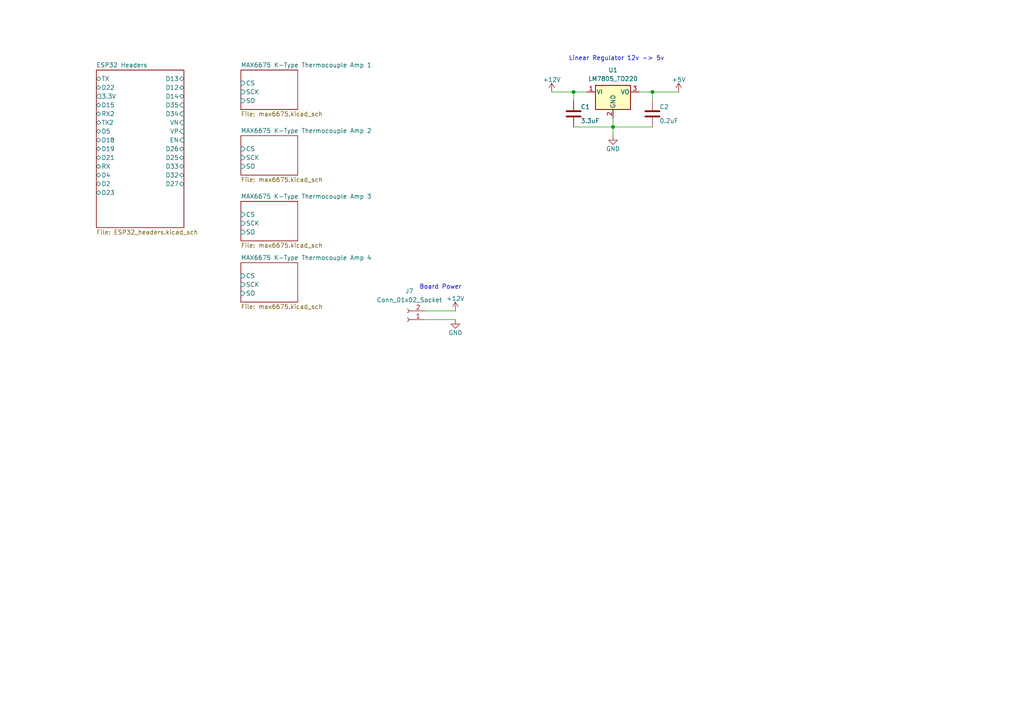
<source format=kicad_sch>
(kicad_sch (version 20231120) (generator "eeschema") (generator_version "8.0")
  (paper "A4")
  (lib_symbols
    (symbol "Connector:Conn_01x02_Socket" (pin_names (offset 1.016) hide)
      (property "Reference" "J" (at 0 2.54 0))
      (property "Value" "Conn_01x02_Socket" (at 0 -5.08 0))
      (symbol "Conn_01x02_Socket_1_1"
        (arc (start 0 -2.032) (mid -0.5058 -2.54) (end 0 -3.048) (stroke (width 0.1524)))
        (polyline (pts (xy -1.27 -2.54) (xy -0.508 -2.54)) (stroke (width 0.1524)))
        (polyline (pts (xy -1.27 0) (xy -0.508 0)) (stroke (width 0.1524)))
        (arc (start 0 0.508) (mid -0.5058 0) (end 0 -0.508) (stroke (width 0.1524)))
        (pin passive line (at -5.08 0 0) (length 3.81) (name "Pin_1") (number "1"))
        (pin passive line (at -5.08 -2.54 0) (length 3.81) (name "Pin_2") (number "2"))
      )
    )
    (symbol "Device:C" (pin_numbers hide) (pin_names (offset 0.254))
      (property "Reference" "C" (at 0.635 2.54 0))
      (property "Value" "C" (at 0.635 -2.54 0))
      (symbol "C_0_1"
        (polyline (pts (xy -2.032 -0.762) (xy 2.032 -0.762)) (stroke (width 0.508)))
        (polyline (pts (xy -2.032 0.762) (xy 2.032 0.762)) (stroke (width 0.508)))
      )
      (symbol "C_1_1"
        (pin passive line (at 0 3.81 270) (length 2.794) (name "~") (number "1"))
        (pin passive line (at 0 -3.81 90) (length 2.794) (name "~") (number "2"))
      )
    )
    (symbol "Regulator_Linear:LM7805_TO220" (pin_names (offset 0.254))
      (property "Reference" "U" (at -3.81 3.175 0))
      (property "Value" "LM7805_TO220" (at 0 3.175 0))
      (symbol "LM7805_TO220_0_1"
        (rectangle (start -5.08 1.905) (end 5.08 -5.08) (stroke (width 0.254)) (fill (type background)))
      )
      (symbol "LM7805_TO220_1_1"
        (pin power_in line (at -7.62 0 0) (length 2.54) (name "VI") (number "1"))
        (pin power_in line (at 0 -7.62 90) (length 2.54) (name "GND") (number "2"))
        (pin power_out line (at 7.62 0 180) (length 2.54) (name "VO") (number "3"))
      )
    )
    (symbol "power:+12V" (power) (pin_numbers hide) (pin_names (offset 0) hide)
      (property "Value" "+12V" (at 0 3.556 0))
      (symbol "+12V_0_1"
        (polyline (pts (xy -0.762 1.27) (xy 0 2.54)))
        (polyline (pts (xy 0 0) (xy 0 2.54)))
        (polyline (pts (xy 0 2.54) (xy 0.762 1.27)))
      )
      (symbol "+12V_1_1"
        (pin power_in line (at 0 0 90) (length 0) (name "~") (number "1"))
      )
    )
    (symbol "power:+5V" (power) (pin_numbers hide) (pin_names (offset 0) hide)
      (property "Value" "+5V" (at 0 3.556 0))
      (symbol "+5V_0_1"
        (polyline (pts (xy -0.762 1.27) (xy 0 2.54)))
        (polyline (pts (xy 0 0) (xy 0 2.54)))
        (polyline (pts (xy 0 2.54) (xy 0.762 1.27)))
      )
      (symbol "+5V_1_1"
        (pin power_in line (at 0 0 90) (length 0) (name "~") (number "1"))
      )
    )
    (symbol "power:GND" (power) (pin_numbers hide) (pin_names (offset 0) hide)
      (property "Value" "GND" (at 0 -3.81 0))
      (symbol "GND_0_1"
        (polyline (pts (xy 0 0) (xy 0 -1.27) (xy 1.27 -1.27) (xy 0 -2.54) (xy -1.27 -1.27) (xy 0 -1.27)))
      )
      (symbol "GND_1_1"
        (pin power_in line (at 0 0 270) (length 0) (name "~") (number "1"))
      )
    )
  )
  (junction (at 166.37 26.67))
  (junction (at 189.23 26.67))
  (junction (at 177.8 36.83))
  (wire (pts (xy 170.18 26.67) (xy 166.37 26.67)))
  (wire (pts (xy 123.19 90.17) (xy 132.08 90.17)))
  (wire (pts (xy 189.23 26.67) (xy 189.23 29.21)))
  (wire (pts (xy 166.37 36.83) (xy 177.8 36.83)))
  (wire (pts (xy 189.23 26.67) (xy 196.85 26.67)))
  (wire (pts (xy 185.42 26.67) (xy 189.23 26.67)))
  (wire (pts (xy 177.8 34.29) (xy 177.8 36.83)))
  (wire (pts (xy 166.37 26.67) (xy 166.37 29.21)))
  (wire (pts (xy 123.19 92.71) (xy 132.08 92.71)))
  (wire (pts (xy 177.8 36.83) (xy 189.23 36.83)))
  (wire (pts (xy 177.8 36.83) (xy 177.8 39.37)))
  (wire (pts (xy 160.02 26.67) (xy 166.37 26.67)))
  (text "Linear Regulator 12v -> 5v" (at 178.816 17.018 0) (effects (font (size 1.27 1.27))))
  (text "Board Power" (at 127.762 83.312 0) (effects (font (size 1.27 1.27))))
  (symbol (lib_id "Regulator_Linear:LM7805_TO220") (at 177.8 26.67 0) (unit 1)
    (property "Reference" "U1" (at 177.8 20.32 0))
    (property "Value" "LM7805_TO220" (at 177.8 22.86 0))
    (property "Footprint" "Package_TO_SOT_THT:TO-220-3_Vertical" (effects (hide yes)))
    (property "Datasheet" "https://www.onsemi.cn/PowerSolutions/document/MC7800-D.PDF" (effects (hide yes)))
    (property "Description" "Positive 1A 35V Linear Regulator, Fixed Output 5V, TO-220" (effects (hide yes)))
  )
  (symbol (lib_id "Device:C") (at 166.37 33.02 0) (unit 1)
    (property "Reference" "C1" (at 168.402 30.988 0) (effects (justify left)))
    (property "Value" "3.3uF" (at 168.402 35.052 0) (effects (justify left)))
    (property "Footprint" "Capacitor_SMD:C_0504_1310Metric" (effects (hide yes)))
    (property "Description" "Unpolarized capacitor" (effects (hide yes)))
  )
  (symbol (lib_id "power:+5V") (at 196.85 26.67 0) (unit 1)
    (property "Reference" "#PWR02" (effects (hide yes)))
    (property "Value" "+5V" (at 196.85 23.114 0))
    (property "Description" "Power symbol creates a global label with name \"+5V\"" (effects (hide yes)))
  )
  (symbol (lib_id "power:+12V") (at 160.02 26.67 0) (unit 1)
    (property "Reference" "#PWR03" (effects (hide yes)))
    (property "Value" "+12V" (at 160.02 23.114 0))
    (property "Description" "Power symbol creates a global label with name \"+12V\"" (effects (hide yes)))
  )
  (symbol (lib_id "Connector:Conn_01x02_Socket") (at 118.11 92.71 180) (unit 1)
    (property "Reference" "J7" (at 118.745 84.455 0))
    (property "Value" "Conn_01x02_Socket" (at 118.745 86.995 0))
    (property "Footprint" "TerminalBlock_4Ucon:TerminalBlock_4Ucon_1x02_P3.50mm_Vertical" (effects (hide yes)))
  )
  (symbol (lib_id "Device:C") (at 189.23 33.02 0) (unit 1)
    (property "Reference" "C2" (at 191.262 30.988 0) (effects (justify left)))
    (property "Value" "0.2uF" (at 191.262 35.052 0) (effects (justify left)))
    (property "Footprint" "Capacitor_SMD:C_0402_1005Metric" (effects (hide yes)))
    (property "Description" "Unpolarized capacitor" (effects (hide yes)))
  )
  (symbol (lib_id "power:GND") (at 132.08 92.71 0) (unit 1)
    (property "Reference" "#PWR05" (effects (hide yes)))
    (property "Value" "GND" (at 132.08 96.52 0))
    (property "Description" "Power symbol creates a global label with name \"GND\" , ground" (effects (hide yes)))
  )
  (symbol (lib_id "power:+12V") (at 132.08 90.17 0) (unit 1)
    (property "Reference" "#PWR04" (effects (hide yes)))
    (property "Value" "+12V" (at 132.08 86.614 0))
    (property "Description" "Power symbol creates a global label with name \"+12V\"" (effects (hide yes)))
  )
  (symbol (lib_id "power:GND") (at 177.8 39.37 0) (unit 1)
    (property "Reference" "#PWR01" (effects (hide yes)))
    (property "Value" "GND" (at 177.8 43.18 0))
    (property "Description" "Power symbol creates a global label with name \"GND\" , ground" (effects (hide yes)))
  )
  (sheet (at 69.85 76.2) (size 16.51 11.43) (stroke (width 0.1524))
    (property "Sheetname" "MAX6675 K-Type Thermocouple Amp 4" (at 69.85 75.4884 0) (effects (justify left bottom)))
    (property "Sheetfile" "max6675.kicad_sch" (at 69.85 88.2146 0) (effects (justify left top)))
    (pin "CS" input (at 69.85 80.01 180))
    (pin "SCK" input (at 69.85 82.55 180))
    (pin "SO" input (at 69.85 85.09 180))
  )
  (sheet (at 69.85 58.42) (size 16.51 11.43) (stroke (width 0.1524))
    (property "Sheetname" "MAX6675 K-Type Thermocouple Amp 3" (at 69.85 57.7084 0) (effects (justify left bottom)))
    (property "Sheetfile" "max6675.kicad_sch" (at 69.85 70.4346 0) (effects (justify left top)))
    (pin "CS" input (at 69.85 62.23 180))
    (pin "SCK" input (at 69.85 64.77 180))
    (pin "SO" input (at 69.85 67.31 180))
  )
  (sheet (at 27.94 20.32) (size 25.4 45.72) (stroke (width 0.1524))
    (property "Sheetname" "ESP32 Headers" (at 27.94 19.6084 0) (effects (justify left bottom)))
    (property "Sheetfile" "ESP32_headers.kicad_sch" (at 27.94 66.6246 0) (effects (justify left top)))
    (pin "D13" bidirectional (at 53.34 22.86 0))
    (pin "D12" bidirectional (at 53.34 25.4 0))
    (pin "D14" bidirectional (at 53.34 27.94 0))
    (pin "D35" input (at 53.34 30.48 0))
    (pin "D34" input (at 53.34 33.02 0))
    (pin "VN" input (at 53.34 35.56 0))
    (pin "VP" input (at 53.34 38.1 0))
    (pin "EN" input (at 53.34 40.64 0))
    (pin "D26" bidirectional (at 53.34 43.18 0))
    (pin "D25" bidirectional (at 53.34 45.72 0))
    (pin "D33" bidirectional (at 53.34 48.26 0))
    (pin "D32" bidirectional (at 53.34 50.8 0))
    (pin "D27" bidirectional (at 53.34 53.34 0))
    (pin "D23" bidirectional (at 27.94 55.88 180))
    (pin "D2" bidirectional (at 27.94 53.34 180))
    (pin "D4" bidirectional (at 27.94 50.8 180))
    (pin "RX" bidirectional (at 27.94 48.26 180))
    (pin "TX" bidirectional (at 27.94 22.86 180))
    (pin "D22" bidirectional (at 27.94 25.4 180))
    (pin "3.3V" output (at 27.94 27.94 180))
    (pin "D15" bidirectional (at 27.94 30.48 180))
    (pin "RX2" bidirectional (at 27.94 33.02 180))
    (pin "TX2" bidirectional (at 27.94 35.56 180))
    (pin "D5" bidirectional (at 27.94 38.1 180))
    (pin "D18" bidirectional (at 27.94 40.64 180))
    (pin "D19" bidirectional (at 27.94 43.18 180))
    (pin "D21" bidirectional (at 27.94 45.72 180))
  )
  (sheet (at 69.85 20.32) (size 16.51 11.43) (stroke (width 0.1524))
    (property "Sheetname" "MAX6675 K-Type Thermocouple Amp 1" (at 69.85 19.6084 0) (effects (justify left bottom)))
    (property "Sheetfile" "max6675.kicad_sch" (at 69.85 32.3346 0) (effects (justify left top)))
    (pin "CS" input (at 69.85 24.13 180))
    (pin "SCK" input (at 69.85 26.67 180))
    (pin "SO" input (at 69.85 29.21 180))
  )
  (sheet (at 69.85 39.37) (size 16.51 11.43) (stroke (width 0.1524))
    (property "Sheetname" "MAX6675 K-Type Thermocouple Amp 2" (at 69.85 38.6584 0) (effects (justify left bottom)))
    (property "Sheetfile" "max6675.kicad_sch" (at 69.85 51.3846 0) (effects (justify left top)))
    (pin "CS" input (at 69.85 43.18 180))
    (pin "SCK" input (at 69.85 45.72 180))
    (pin "SO" input (at 69.85 48.26 180))
  )
)
</source>
